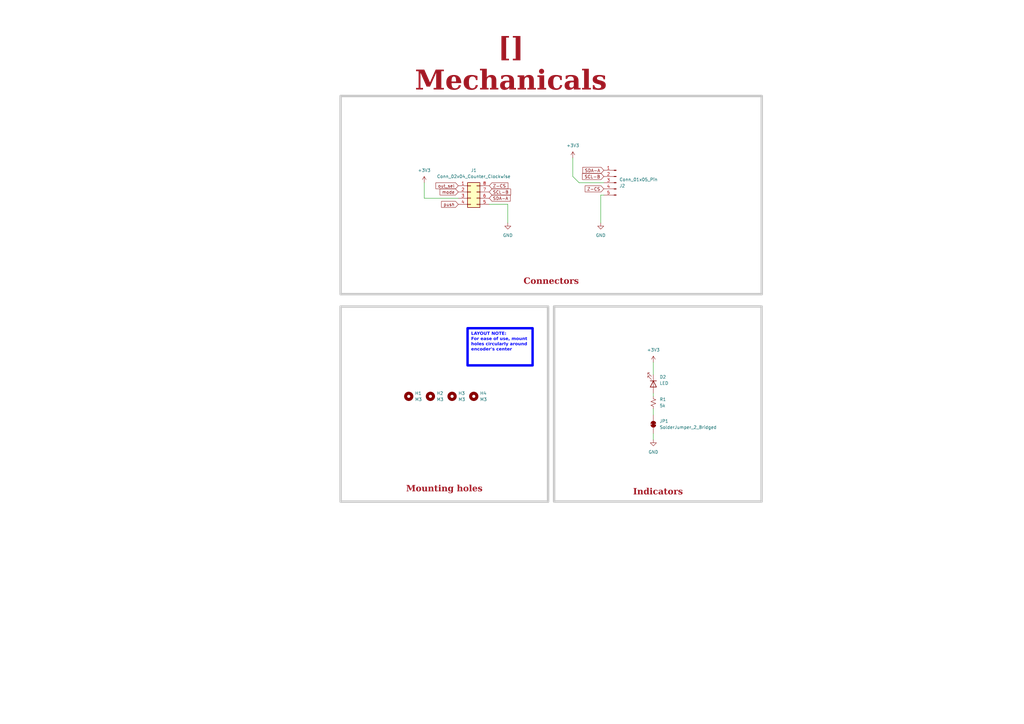
<source format=kicad_sch>
(kicad_sch (version 20250114) (generator "eeschema") (generator_version "9.0")
  (paper "A3")
  (title_block (title "Mechanicals") (date "2025-01-12") (rev "${REVISION}") (company "${COMPANY}"))
  (lib_symbols
    (symbol "Connector:Conn_01x05_Pin" (pin_names (offset 1.016) (hide yes))
      (property "Reference" "J" (at 0 7.62 0))
      (property "Value" "Conn_01x05_Pin" (at 0 -7.62 0))
      (symbol "Conn_01x05_Pin_1_1"
        (rectangle (start 0.8636 5.207) (end 0 4.953) (stroke (width 0.1524)) (fill (type outline)))
        (rectangle (start 0.8636 2.667) (end 0 2.413) (stroke (width 0.1524)) (fill (type outline)))
        (rectangle (start 0.8636 0.127) (end 0 -0.127) (stroke (width 0.1524)) (fill (type outline)))
        (rectangle (start 0.8636 -2.413) (end 0 -2.667) (stroke (width 0.1524)) (fill (type outline)))
        (rectangle (start 0.8636 -4.953) (end 0 -5.207) (stroke (width 0.1524)) (fill (type outline)))
        (polyline (pts (xy 1.27 5.08) (xy 0.8636 5.08)) (stroke (width 0.1524)))
        (polyline (pts (xy 1.27 2.54) (xy 0.8636 2.54)) (stroke (width 0.1524)))
        (polyline (pts (xy 1.27 0) (xy 0.8636 0)) (stroke (width 0.1524)))
        (polyline (pts (xy 1.27 -2.54) (xy 0.8636 -2.54)) (stroke (width 0.1524)))
        (polyline (pts (xy 1.27 -5.08) (xy 0.8636 -5.08)) (stroke (width 0.1524)))
        (pin passive line (at 5.08 5.08 180) (length 3.81) (name "Pin_1") (number "1"))
        (pin passive line (at 5.08 2.54 180) (length 3.81) (name "Pin_2") (number "2"))
        (pin passive line (at 5.08 0 180) (length 3.81) (name "Pin_3") (number "3"))
        (pin passive line (at 5.08 -2.54 180) (length 3.81) (name "Pin_4") (number "4"))
        (pin passive line (at 5.08 -5.08 180) (length 3.81) (name "Pin_5") (number "5"))
      )
    )
    (symbol "Connector_Generic:Conn_02x04_Counter_Clockwise" (pin_names (offset 1.016) (hide yes))
      (property "Reference" "J" (at 1.27 5.08 0))
      (property "Value" "Conn_02x04_Counter_Clockwise" (at 1.27 -7.62 0))
      (symbol "Conn_02x04_Counter_Clockwise_1_1"
        (rectangle (start -1.27 3.81) (end 3.81 -6.35) (stroke (width 0.254)) (fill (type background)))
        (rectangle (start -1.27 2.667) (end 0 2.413) (stroke (width 0.1524)))
        (rectangle (start -1.27 0.127) (end 0 -0.127) (stroke (width 0.1524)))
        (rectangle (start -1.27 -2.413) (end 0 -2.667) (stroke (width 0.1524)))
        (rectangle (start -1.27 -4.953) (end 0 -5.207) (stroke (width 0.1524)))
        (rectangle (start 3.81 2.667) (end 2.54 2.413) (stroke (width 0.1524)))
        (rectangle (start 3.81 0.127) (end 2.54 -0.127) (stroke (width 0.1524)))
        (rectangle (start 3.81 -2.413) (end 2.54 -2.667) (stroke (width 0.1524)))
        (rectangle (start 3.81 -4.953) (end 2.54 -5.207) (stroke (width 0.1524)))
        (pin passive line (at -5.08 2.54 0) (length 3.81) (name "Pin_1") (number "1"))
        (pin passive line (at -5.08 0 0) (length 3.81) (name "Pin_2") (number "2"))
        (pin passive line (at -5.08 -2.54 0) (length 3.81) (name "Pin_3") (number "3"))
        (pin passive line (at -5.08 -5.08 0) (length 3.81) (name "Pin_4") (number "4"))
        (pin passive line (at 7.62 2.54 180) (length 3.81) (name "Pin_8") (number "8"))
        (pin passive line (at 7.62 0 180) (length 3.81) (name "Pin_7") (number "7"))
        (pin passive line (at 7.62 -2.54 180) (length 3.81) (name "Pin_6") (number "6"))
        (pin passive line (at 7.62 -5.08 180) (length 3.81) (name "Pin_5") (number "5"))
      )
    )
    (symbol "Device:LED" (pin_numbers (hide yes)) (pin_names (offset 1.016) (hide yes))
      (property "Reference" "D" (at 0 2.54 0))
      (property "Value" "LED" (at 0 -2.54 0))
      (symbol "LED_0_1"
        (polyline (pts (xy -3.048 -0.762) (xy -4.572 -2.286) (xy -3.81 -2.286) (xy -4.572 -2.286) (xy -4.572 -1.524)))
        (polyline (pts (xy -1.778 -0.762) (xy -3.302 -2.286) (xy -2.54 -2.286) (xy -3.302 -2.286) (xy -3.302 -1.524)))
        (polyline (pts (xy -1.27 0) (xy 1.27 0)))
        (polyline (pts (xy -1.27 -1.27) (xy -1.27 1.27)) (stroke (width 0.254)))
        (polyline (pts (xy 1.27 -1.27) (xy 1.27 1.27) (xy -1.27 0) (xy 1.27 -1.27)) (stroke (width 0.254)))
      )
      (symbol "LED_1_1"
        (pin passive line (at -3.81 0 0) (length 2.54) (name "K") (number "1"))
        (pin passive line (at 3.81 0 180) (length 2.54) (name "A") (number "2"))
      )
    )
    (symbol "Device:R_Small_US" (pin_numbers (hide yes)) (pin_names (offset 0.254) (hide yes))
      (property "Reference" "R" (at 0.762 0.508 0))
      (property "Value" "R_Small_US" (at 0.762 -1.016 0))
      (symbol "R_Small_US_1_1"
        (polyline (pts (xy 0 1.524) (xy 1.016 1.143) (xy 0 0.762) (xy -1.016 0.381) (xy 0 0)))
        (polyline (pts (xy 0 0) (xy 1.016 -0.381) (xy 0 -0.762) (xy -1.016 -1.143) (xy 0 -1.524)))
        (pin passive line (at 0 2.54 270) (length 1.016) (name "~") (number "1"))
        (pin passive line (at 0 -2.54 90) (length 1.016) (name "~") (number "2"))
      )
    )
    (symbol "Jumper:SolderJumper_2_Bridged" (pin_numbers (hide yes)) (pin_names (offset 0) (hide yes)) (in_bom no)
      (property "Reference" "JP" (at 0 2.032 0))
      (property "Value" "SolderJumper_2_Bridged" (at 0 -2.54 0))
      (symbol "SolderJumper_2_Bridged_0_1"
        (rectangle (start -0.508 0.508) (end 0.508 -0.508) (fill (type outline)))
        (polyline (pts (xy -0.254 1.016) (xy -0.254 -1.016)))
        (arc (start -0.254 -1.016) (mid -1.2656 0) (end -0.254 1.016))
        (arc (start -0.254 -1.016) (mid -1.2656 0) (end -0.254 1.016) (fill (type outline)))
        (arc (start 0.254 1.016) (mid 1.2656 0) (end 0.254 -1.016))
        (arc (start 0.254 1.016) (mid 1.2656 0) (end 0.254 -1.016) (fill (type outline)))
        (polyline (pts (xy 0.254 1.016) (xy 0.254 -1.016)))
      )
      (symbol "SolderJumper_2_Bridged_1_1"
        (pin passive line (at -3.81 0 0) (length 2.54) (name "A") (number "1"))
        (pin passive line (at 3.81 0 180) (length 2.54) (name "B") (number "2"))
      )
    )
    (symbol "Mechanical:MountingHole" (pin_names (offset 1.016)) (in_bom no)
      (property "Reference" "H" (at 0 5.08 0))
      (property "Value" "MountingHole" (at 0 3.175 0))
      (symbol "MountingHole_0_1"
        (circle (center 0 0) (radius 1.27) (stroke (width 1.27)))
      )
    )
    (symbol "power:+3V3" (power) (pin_numbers (hide yes)) (pin_names (offset 0) (hide yes))
      (property "Value" "+3V3" (at 0 3.556 0))
      (symbol "+3V3_0_1"
        (polyline (pts (xy -0.762 1.27) (xy 0 2.54)))
        (polyline (pts (xy 0 2.54) (xy 0.762 1.27)))
        (polyline (pts (xy 0 0) (xy 0 2.54)))
      )
      (symbol "+3V3_1_1"
        (pin power_in line (at 0 0 90) (length 0) (name "~") (number "1"))
      )
    )
    (symbol "power:GND" (power) (pin_numbers (hide yes)) (pin_names (offset 0) (hide yes))
      (property "Value" "GND" (at 0 -3.81 0))
      (symbol "GND_0_1"
        (polyline (pts (xy 0 0) (xy 0 -1.27) (xy 1.27 -1.27) (xy 0 -2.54) (xy -1.27 -1.27) (xy 0 -1.27)))
      )
      (symbol "GND_1_1"
        (pin power_in line (at 0 0 270) (length 0) (name "~") (number "1"))
      )
    )
  )
  (rectangle (start 139.7 125.73) (end 224.79 205.74) (stroke (width 1) (color 200 200 200 1)))
  (rectangle (start 227.2652 125.6853) (end 312.3552 205.6953) (stroke (width 1) (color 200 200 200 1)))
  (rectangle (start 139.7 39.37) (end 312.42 120.65) (stroke (width 1) (color 200 200 200 1)))
  (text_box "Indicators" (at 228.6 195.58 0) (size 82.55 9.525) (margins 1.9049 1.9049 1.9049 1.9049) (stroke (width -0.0001)) (effects (font (size 2.54 2.54) (thickness 0.508) (bold yes)) (justify bottom)))
  (text_box "[${#}] ${TITLE}" (at 161.29 20.32 0) (size 96.52 12.7) (margins 5.9999 5.9999 5.9999 5.9999) (stroke (width -0.0001)) (effects (font (size 8 8) (thickness 1.2) (bold yes))))
  (text_box "LAYOUT NOTE: \nFor ease of use, mount holes circularly around encoder's center" (at 191.77 134.62 0) (size 26.67 15.24) (margins 1.4525 1.4525 1.4525 1.4525) (stroke (width 1) (color 0 0 255 1)) (effects (font (size 1.27 1.27) (thickness 0.4) (bold yes)) (justify left top)))
  (text_box "Connectors" (at 142.24 109.22 0) (size 167.64 9.525) (margins 1.9049 1.9049 1.9049 1.9049) (stroke (width -0.0001)) (effects (font (size 2.54 2.54) (thickness 0.508) (bold yes)) (justify bottom)))
  (text_box "Mounting holes" (at 140.97 194.31 0) (size 82.55 9.525) (margins 1.9049 1.9049 1.9049 1.9049) (stroke (width -0.0001)) (effects (font (size 2.54 2.54) (thickness 0.508) (bold yes)) (justify bottom)))
  (wire (pts (xy 267.97 167.64) (xy 267.97 170.18)))
  (wire (pts (xy 267.97 148.59) (xy 267.97 153.67)))
  (wire (pts (xy 237.49 74.93) (xy 234.95 72.39)))
  (wire (pts (xy 234.95 64.77) (xy 234.95 72.39)))
  (wire (pts (xy 267.97 161.29) (xy 267.97 162.56)))
  (wire (pts (xy 246.38 80.01) (xy 246.38 91.44)))
  (wire (pts (xy 200.66 83.82) (xy 208.28 83.82)))
  (wire (pts (xy 247.65 74.93) (xy 237.49 74.93)))
  (wire (pts (xy 173.99 81.28) (xy 187.96 81.28)))
  (wire (pts (xy 267.97 177.8) (xy 267.97 180.34)))
  (wire (pts (xy 208.28 83.82) (xy 208.28 91.44)))
  (wire (pts (xy 246.38 80.01) (xy 247.65 80.01)))
  (wire (pts (xy 173.99 74.93) (xy 173.99 81.28)))
  (global_label "SDA-A" (shape input) (at 247.65 69.85 180) (property "Intersheetrefs" "${INTERSHEET_REFS}" (effects (hide yes))))
  (global_label "out_sel" (shape input) (at 187.96 76.2 180) (property "Intersheetrefs" "${INTERSHEET_REFS}" (effects (hide yes))))
  (global_label "Z-CS" (shape input) (at 247.65 77.47 180) (property "Intersheetrefs" "${INTERSHEET_REFS}" (effects (hide yes))))
  (global_label "SDA-A" (shape input) (at 200.66 81.28 0) (property "Intersheetrefs" "${INTERSHEET_REFS}" (effects (hide yes))))
  (global_label "mode" (shape input) (at 187.96 78.74 180) (property "Intersheetrefs" "${INTERSHEET_REFS}" (effects (hide yes))))
  (global_label "SCL-B" (shape input) (at 200.66 78.74 0) (property "Intersheetrefs" "${INTERSHEET_REFS}" (effects (hide yes))))
  (global_label "Z-CS" (shape input) (at 200.66 76.2 0) (property "Intersheetrefs" "${INTERSHEET_REFS}" (effects (hide yes))))
  (global_label "push" (shape input) (at 187.96 83.82 180) (property "Intersheetrefs" "${INTERSHEET_REFS}" (effects (hide yes))))
  (global_label "SCL-B" (shape input) (at 247.65 72.39 180) (property "Intersheetrefs" "${INTERSHEET_REFS}" (effects (hide yes))))
  (symbol (lib_id "power:+3V3") (at 267.97 148.59 0) (unit 1)
    (property "Reference" "#PWR09" (effects (hide yes)))
    (property "Value" "+3V3" (at 267.97 143.51 0))
    (property "Description" "Power symbol creates a global label with name \"+3V3\"" (effects (hide yes)))
  )
  (symbol (lib_id "power:+3V3") (at 234.95 64.77 0) (unit 1)
    (property "Reference" "#PWR06" (effects (hide yes)))
    (property "Value" "+3V3" (at 234.95 59.69 0))
    (property "Description" "Power symbol creates a global label with name \"+3V3\"" (effects (hide yes)))
  )
  (symbol (lib_id "power:GND") (at 208.28 91.44 0) (unit 1)
    (property "Reference" "#PWR07" (effects (hide yes)))
    (property "Value" "GND" (at 208.28 96.52 0))
    (property "Description" "Power symbol creates a global label with name \"GND\" , ground" (effects (hide yes)))
  )
  (symbol (lib_id "Connector:Conn_01x05_Pin") (at 252.73 74.93 0) (mirror y) (unit 1)
    (property "Reference" "J2" (at 254 76.2001 0) (effects (justify right)))
    (property "Value" "Conn_01x05_Pin" (at 254 73.6601 0) (effects (justify right)))
    (property "Footprint" "Connector_JST:JST_SH_BM05B-SRSS-TB_1x05-1MP_P1.00mm_Vertical" (effects (hide yes)))
    (property "Description" "Generic connector, single row, 01x05, script generated" (effects (hide yes)))
  )
  (symbol (lib_id "power:GND") (at 267.97 180.34 0) (unit 1)
    (property "Reference" "#PWR08" (effects (hide yes)))
    (property "Value" "GND" (at 267.97 185.42 0))
    (property "Description" "Power symbol creates a global label with name \"GND\" , ground" (effects (hide yes)))
  )
  (symbol (lib_id "power:GND") (at 246.38 91.44 0) (unit 1)
    (property "Reference" "#PWR04" (effects (hide yes)))
    (property "Value" "GND" (at 246.38 96.52 0))
    (property "Description" "Power symbol creates a global label with name \"GND\" , ground" (effects (hide yes)))
  )
  (symbol (lib_id "power:+3V3") (at 173.99 74.93 0) (unit 1)
    (property "Reference" "#PWR05" (effects (hide yes)))
    (property "Value" "+3V3" (at 173.99 69.85 0))
    (property "Description" "Power symbol creates a global label with name \"+3V3\"" (effects (hide yes)))
  )
  (symbol (lib_id "Device:LED") (at 267.97 157.48 270) (unit 1)
    (property "Reference" "D2" (at 270.51 154.6224 90) (effects (justify left)))
    (property "Value" "LED" (at 270.51 157.1624 90) (effects (justify left)))
    (property "Footprint" "LED_SMD:LED_0603_1608Metric" (effects (hide yes)))
    (property "Description" "Light emitting diode" (effects (hide yes)))
    (property "Sim.Pins" "1=K 2=A" (effects (hide yes)))
  )
  (symbol (lib_id "Device:R_Small_US") (at 267.97 165.1 0) (unit 1)
    (property "Reference" "R1" (at 270.51 163.8299 0) (effects (justify left)))
    (property "Value" "5k" (at 270.51 166.3699 0) (effects (justify left)))
    (property "Footprint" "Resistor_SMD:R_0402_1005Metric" (effects (hide yes)))
    (property "Description" "Resistor, small US symbol" (effects (hide yes)))
  )
  (symbol (lib_id "Jumper:SolderJumper_2_Bridged") (at 267.97 173.99 90) (unit 1) (in_bom no)
    (property "Reference" "JP1" (at 270.51 172.7199 90) (effects (justify right)))
    (property "Value" "SolderJumper_2_Bridged" (at 270.51 175.2599 90) (effects (justify right)))
    (property "Footprint" "Jumper:SolderJumper-2_P1.3mm_Bridged_RoundedPad1.0x1.5mm" (effects (hide yes)))
    (property "Description" "Solder Jumper, 2-pole, closed/bridged" (effects (hide yes)))
  )
  (symbol (lib_id "Mechanical:MountingHole") (at 185.42 162.56 0) (unit 1) (in_bom no)
    (property "Reference" "H3" (at 187.96 161.2899 0) (effects (justify left)))
    (property "Value" "M3" (at 187.96 163.8299 0) (effects (justify left)))
    (property "Footprint" "MountingHole:MountingHole_3.2mm_M3" (effects (hide yes)))
    (property "Description" "Mounting Hole without connection" (effects (hide yes)))
  )
  (symbol (lib_id "Connector_Generic:Conn_02x04_Counter_Clockwise") (at 193.04 78.74 0) (unit 1)
    (property "Reference" "J1" (at 194.31 69.85 0))
    (property "Value" "Conn_02x04_Counter_Clockwise" (at 194.31 72.39 0))
    (property "Footprint" "Connector_PinHeader_2.54mm:PinHeader_2x04_P2.54mm_Vertical" (effects (hide yes)))
    (property "Description" "Generic connector, double row, 02x04, counter clockwise pin numbering scheme (similar to DIP package numbering), script generated (kicad-library-utils/schlib/autogen/connector/)" (effects (hide yes)))
  )
  (symbol (lib_id "Mechanical:MountingHole") (at 194.31 162.56 0) (unit 1) (in_bom no)
    (property "Reference" "H4" (at 196.85 161.2899 0) (effects (justify left)))
    (property "Value" "M3" (at 196.85 163.8299 0) (effects (justify left)))
    (property "Footprint" "MountingHole:MountingHole_3.2mm_M3" (effects (hide yes)))
    (property "Description" "Mounting Hole without connection" (effects (hide yes)))
  )
  (symbol (lib_id "Mechanical:MountingHole") (at 176.53 162.56 0) (unit 1) (in_bom no)
    (property "Reference" "H2" (at 179.07 161.2899 0) (effects (justify left)))
    (property "Value" "M3" (at 179.07 163.8299 0) (effects (justify left)))
    (property "Footprint" "MountingHole:MountingHole_3.2mm_M3" (effects (hide yes)))
    (property "Description" "Mounting Hole without connection" (effects (hide yes)))
  )
  (symbol (lib_id "Mechanical:MountingHole") (at 167.64 162.56 0) (unit 1) (in_bom no)
    (property "Reference" "H1" (at 170.18 161.2899 0) (effects (justify left)))
    (property "Value" "M3" (at 170.18 163.8299 0) (effects (justify left)))
    (property "Footprint" "MountingHole:MountingHole_3.2mm_M3" (effects (hide yes)))
    (property "Description" "Mounting Hole without connection" (effects (hide yes)))
  )
)
</source>
